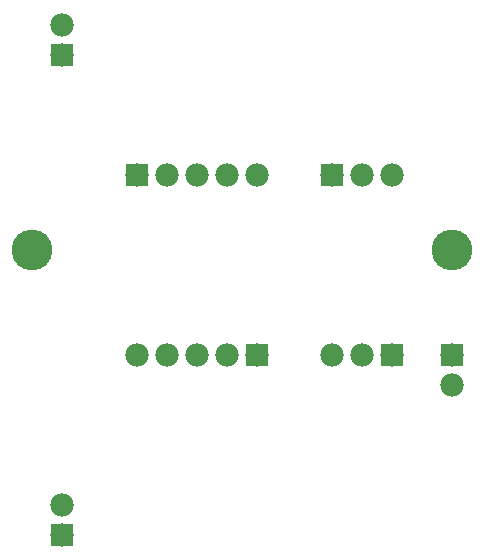
<source format=gbs>
G04 MADE WITH FRITZING*
G04 WWW.FRITZING.ORG*
G04 DOUBLE SIDED*
G04 HOLES PLATED*
G04 CONTOUR ON CENTER OF CONTOUR VECTOR*
%ASAXBY*%
%FSLAX23Y23*%
%MOIN*%
%OFA0B0*%
%SFA1.0B1.0*%
%ADD10C,0.135984*%
%ADD11C,0.077559*%
%ADD12R,0.077559X0.077559*%
%LNMASK0*%
G90*
G70*
G54D10*
X1544Y1171D03*
X144Y1171D03*
G54D11*
X1544Y821D03*
X1544Y721D03*
X1144Y1421D03*
X1244Y1421D03*
X1344Y1421D03*
X494Y1421D03*
X594Y1421D03*
X694Y1421D03*
X794Y1421D03*
X894Y1421D03*
X894Y821D03*
X794Y821D03*
X694Y821D03*
X594Y821D03*
X494Y821D03*
X1344Y821D03*
X1244Y821D03*
X1144Y821D03*
X244Y1821D03*
X244Y1921D03*
X244Y221D03*
X244Y321D03*
G54D12*
X1544Y821D03*
X1144Y1421D03*
X494Y1421D03*
X894Y821D03*
X1344Y821D03*
X244Y1821D03*
X244Y221D03*
G04 End of Mask0*
M02*
</source>
